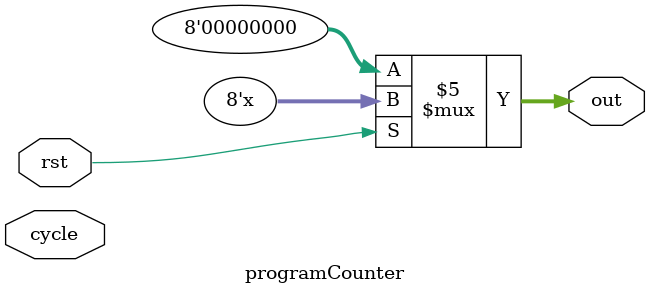
<source format=v>
module programCounter( cycle, rst, out);
input cycle;
input rst;
output reg [7:0] out;


always@(cycle)
begin
if (!rst)
	out = 8'b0;

else
	out = out+8'b1;

end

endmodule

</source>
